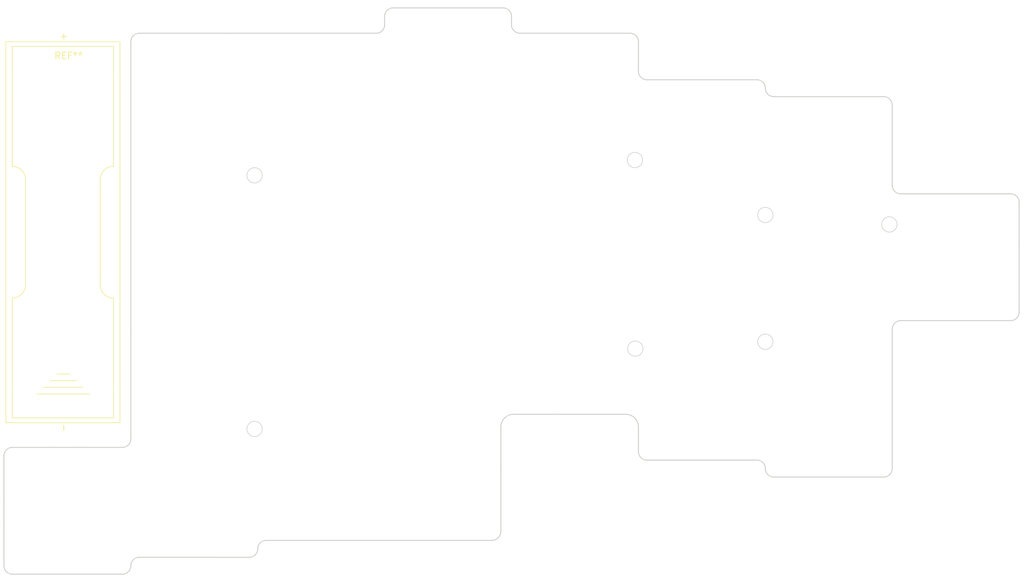
<source format=kicad_pcb>
(kicad_pcb (version 20211014) (generator pcbnew)
  (layers (0 "F.Cu" signal) (31 "B.Cu" signal) (34 "B.Paste" user) (35 "F.Paste" user) (36 "B.SilkS" user "B.Silkscreen") (37 "F.SilkS" user "F.Silkscreen") (38 "B.Mask" user) (39 "F.Mask" user) (44 "Edge.Cuts" user))
  (net 0 "")
  (net 1 "GND")
  (footprint "kbd:M2_Hole_Edge_Cut" (layer "F.Cu") (at 136.525 88.9)
    (fp_text reference "HM7")
    (fp_text value "CaseHole")
    (fp_circle (center 0 0) (end 1.15 0) (layer "Edge.Cuts") (width 0.1) (fill none))
  )
  (footprint "kbd:M2_Hole_Edge_Cut" (layer "F.Cu") (at 59.85 101.995)
    (fp_text reference "HM3")
    (fp_text value "CaseHole")
    (fp_circle (center 0 0) (end 1.15 0) (layer "Edge.Cuts") (width 0.1) (fill none))
  )
  (footprint "jorian:BatteryHolder_AA" (layer "F.Cu") (at 31.075 73.07)
    (fp_text reference "REF**" (at 0.86 -27.15 180) (layer "F.SilkS"))
    (fp_text value "BatteryHolder_AA")
    (fp_text user "+" (at 0.06 -30.035 270) (layer "F.SilkS"))
    (fp_text user "-" (at 0.06 28.735 270) (layer "F.SilkS"))
    (fp_line (start -7.6 -28.535) (end -7.6 -10.535) (layer "F.SilkS") (width 0.12))
    (fp_line (start -7.6 9.265) (end -7.6 27.265) (layer "F.SilkS") (width 0.12))
    (fp_line (start -8.565 -29.255) (end 8.565 -29.255) (layer "F.SilkS") (width 0.12))
    (fp_line (start 7.6 9.265) (end 7.6 27.265) (layer "F.SilkS") (width 0.12))
    (fp_line (start -8.565 27.985) (end -8.565 -29.255) (layer "F.SilkS") (width 0.12))
    (fp_line (start 7.6 27.265) (end -7.6 27.265) (layer "F.SilkS") (width 0.12))
    (fp_line (start 8.565 27.985) (end -8.565 27.985) (layer "F.SilkS") (width 0.12))
    (fp_line (start 7.6 -28.535) (end 7.6 -10.535) (layer "F.SilkS") (width 0.12))
    (fp_line (start -2.94 22.675) (end 3.06 22.675) (layer "F.SilkS") (width 0.12))
    (fp_line (start 7.6 -28.535) (end -7.6 -28.535) (layer "F.SilkS") (width 0.12))
    (fp_line (start 1.06 20.675) (end -0.94 20.675) (layer "F.SilkS") (width 0.12))
    (fp_line (start 4.06 23.675) (end -3.94 23.675) (layer "F.SilkS") (width 0.12))
    (fp_line (start 5.6 -8.535) (end 5.6 7.265) (layer "F.SilkS") (width 0.12))
    (fp_line (start 8.565 -29.255) (end 8.565 27.985) (layer "F.SilkS") (width 0.12))
    (fp_line (start -5.6 7.265) (end -5.6 -8.535) (layer "F.SilkS") (width 0.12))
    (fp_line (start 2.06 21.675) (end -1.94 21.675) (layer "F.SilkS") (width 0.12))
    (fp_arc (start 7.6 9.265) (mid 6.185786 8.679214) (end 5.6 7.265) (layer "F.SilkS") (width 0.12))
    (fp_arc (start -5.6 7.265) (mid -6.185786 8.679214) (end -7.6 9.265) (layer "F.SilkS") (width 0.12))
    (fp_arc (start 5.6 -8.535) (mid 6.185786 -9.949214) (end 7.6 -10.535) (layer "F.SilkS") (width 0.12))
    (fp_arc (start -7.6 -10.535) (mid -6.185786 -9.949214) (end -5.6 -8.535) (layer "F.SilkS") (width 0.12))
    (pad "" np_thru_hole circle (at 5.995 -23.885) (size 2.64 2.64) (drill 2.64) (layers *.Cu *.Mask))
    (pad "" np_thru_hole circle (at -5.995 -23.885) (size 2.64 2.64) (drill 2.64) (layers *.Cu *.Mask))
    (pad "" np_thru_hole circle (at -5.995 22.595 90) (size 2.64 2.64) (drill 2.64) (layers *.Cu *.Mask))
    (pad "" np_thru_hole circle (at 0 0 270) (size 2.64 2.64) (drill 2.64) (layers *.Cu *.Mask))
    (pad "" np_thru_hole circle (at 5.995 22.595 270) (size 2.64 2.64) (drill 2.64) (layers *.Cu *.Mask))
  )
  (footprint "kbd:M2_Hole_Edge_Cut" (layer "F.Cu") (at 155.145948 71.270959)
    (fp_text reference "HM5")
    (fp_text value "CaseHole")
    (fp_circle (center 0 0) (end 1.15 0) (layer "Edge.Cuts") (width 0.1) (fill none))
  )
  (footprint "kbd:M2_Hole_Edge_Cut" (layer "F.Cu") (at 116.95 61.595)
    (fp_text reference "HM2")
    (fp_text value "CaseHole")
    (fp_circle (center 0 0) (end 1.15 0) (layer "Edge.Cuts") (width 0.1) (fill none))
  )
  (footprint "kbd:M2_Hole_Edge_Cut" (layer "F.Cu") (at 136.525 69.85)
    (fp_text reference "HM6")
    (fp_text value "CaseHole")
    (fp_circle (center 0 0) (end 1.15 0) (layer "Edge.Cuts") (width 0.1) (fill none))
  )
  (footprint "kbd:M2_Hole_Edge_Cut" (layer "F.Cu") (at 117 89.93)
    (fp_text reference "HM4")
    (fp_text value "CaseHole")
    (fp_circle (center 0 0) (end 1.15 0) (layer "Edge.Cuts") (width 0.1) (fill none))
  )
  (footprint "kbd:M2_Hole_Edge_Cut" (layer "F.Cu") (at 59.85 63.895)
    (fp_text reference "HM1")
    (fp_text value "CaseHole")
    (fp_circle (center 0 0) (end 1.15 0) (layer "Edge.Cuts") (width 0.1) (fill none))
  )
  (gr_arc (start 97.155 38.735) (mid 98.053026 39.106974) (end 98.425 40.005) (layer "Edge.Cuts") (width 0.15))
  (gr_arc (start 99.695 42.545) (mid 98.796974 42.173026) (end 98.425 41.275) (layer "Edge.Cuts") (width 0.15))
  (gr_arc (start 116.205 42.545) (mid 117.103026 42.916974) (end 117.475 43.815) (layer "Edge.Cuts") (width 0.15))
  (gr_arc (start 118.745 49.53) (mid 117.846974 49.158026) (end 117.475 48.26) (layer "Edge.Cuts") (width 0.15))
  (gr_arc (start 118.745 106.68) (mid 117.846974 106.308026) (end 117.475 105.41) (layer "Edge.Cuts") (width 0.15))
  (gr_arc (start 174.625 84.455) (mid 174.253026 85.353026) (end 173.355 85.725) (layer "Edge.Cuts") (width 0.15))
  (gr_arc (start 173.355 66.675) (mid 174.253026 67.046974) (end 174.625 67.945) (layer "Edge.Cuts") (width 0.15))
  (gr_arc (start 154.305 52.07) (mid 155.203026 52.441974) (end 155.575 53.34) (layer "Edge.Cuts") (width 0.15))
  (gr_arc (start 41.275 122.55) (mid 40.903026 123.448026) (end 40.005 123.82) (layer "Edge.Cuts") (width 0.15))
  (gr_arc (start 155.575 107.95) (mid 155.203026 108.848026) (end 154.305 109.22) (layer "Edge.Cuts") (width 0.15))
  (gr_arc (start 137.795 109.22) (mid 136.896974 108.848026) (end 136.525 107.95) (layer "Edge.Cuts") (width 0.15))
  (gr_arc (start 60.325 120.015) (mid 59.953026 120.913026) (end 59.055 121.285) (layer "Edge.Cuts") (width 0.15))
  (gr_arc (start 60.325 120.015) (mid 60.696974 119.116974) (end 61.595 118.745) (layer "Edge.Cuts") (width 0.15))
  (gr_arc (start 79.375 40.005) (mid 79.746974 39.106974) (end 80.645 38.735) (layer "Edge.Cuts") (width 0.15))
  (gr_arc (start 22.225 106.04) (mid 22.596974 105.141974) (end 23.495 104.77) (layer "Edge.Cuts") (width 0.15))
  (gr_arc (start 79.375 41.275) (mid 79.003026 42.173026) (end 78.105 42.545) (layer "Edge.Cuts") (width 0.15))
  (gr_line (start 120.015 106.68) (end 118.745 106.68) (layer "Edge.Cuts") (width 0.15))
  (gr_line (start 155.575 86.995) (end 155.575 107.95) (layer "Edge.Cuts") (width 0.15))
  (gr_line (start 22.225 106.04) (end 22.225 112.225) (layer "Edge.Cuts") (width 0.15))
  (gr_line (start 117.475 105.41) (end 117.475 101.7) (layer "Edge.Cuts") (width 0.15))
  (gr_line (start 70.965 118.745) (end 61.595 118.745) (layer "Edge.Cuts") (width 0.15))
  (gr_line (start 78.105 42.545) (end 55.805 42.545) (layer "Edge.Cuts") (width 0.15))
  (gr_line (start 29.845 104.77) (end 23.495 104.77) (layer "Edge.Cuts") (width 0.15))
  (gr_arc (start 23.495 123.82) (mid 22.596974 123.448026) (end 22.225 122.55) (layer "Edge.Cuts") (width 0.15))
  (gr_line (start 29.845 104.77) (end 33.655 104.77) (layer "Edge.Cuts") (width 0.15))
  (gr_line (start 115.57 99.795) (end 105.41 99.795) (layer "Edge.Cuts") (width 0.15))
  (gr_line (start 94.365 118.745) (end 95.639113 118.745) (layer "Edge.Cuts") (width 0.15))
  (gr_line (start 41.275 87.695) (end 41.275 43.815) (layer "Edge.Cuts") (width 0.15))
  (gr_line (start 99.695 42.545) (end 116.205 42.545) (layer "Edge.Cuts") (width 0.15))
  (gr_line (start 94.365 118.745) (end 70.965 118.745) (layer "Edge.Cuts") (width 0.15))
  (gr_line (start 156.845 85.725) (end 173.355 85.725) (layer "Edge.Cuts") (width 0.15))
  (gr_line (start 147.955 52.07) (end 154.305 52.07) (layer "Edge.Cuts") (width 0.15))
  (gr_line (start 59.055 121.285) (end 42.545 121.28) (layer "Edge.Cuts") (width 0.15))
  (gr_line (start 105.41 99.795) (end 98.745 99.795) (layer "Edge.Cuts") (width 0.15))
  (gr_line (start 79.375 40.005) (end 79.375 41.275) (layer "Edge.Cuts") (width 0.15))
  (gr_line (start 154.305 109.22) (end 137.795 109.22) (layer "Edge.Cuts") (width 0.15))
  (gr_arc (start 41.275 103.5) (mid 40.903026 104.398026) (end 40.005 104.77) (layer "Edge.Cuts") (width 0.15))
  (gr_line (start 96.825 107.965) (end 96.825 117.365) (layer "Edge.Cuts") (width 0.15))
  (gr_line (start 174.625 67.945) (end 174.625 74.295) (layer "Edge.Cuts") (width 0.15))
  (gr_arc (start 156.845 66.674974) (mid 155.946974 66.303) (end 155.575 65.404974) (layer "Edge.Cuts") (width 0.15))
  (gr_line (start 97.155 38.735) (end 80.645 38.735) (layer "Edge.Cuts") (width 0.15))
  (gr_arc (start 96.825 101.7) (mid 97.382962 100.352962) (end 98.73 99.795) (layer "Edge.Cuts") (width 0.15))
  (gr_arc (start 135.255 106.68) (mid 136.153026 107.051974) (end 136.525 107.95) (layer "Edge.Cuts") (width 0.15))
  (gr_arc (start 115.57 99.795) (mid 116.917038 100.352962) (end 117.475 101.7) (layer "Edge.Cuts") (width 0.15))
  (gr_arc (start 135.255 49.53) (mid 136.153026 49.901974) (end 136.525 50.8) (layer "Edge.Cuts") (width 0.15))
  (gr_line (start 117.475 43.815) (end 117.475 48.26) (layer "Edge.Cuts") (width 0.15))
  (gr_line (start 33.655 104.77) (end 40.005 104.77) (layer "Edge.Cuts") (width 0.15))
  (gr_line (start 174.625 84.455) (end 174.625 74.295) (layer "Edge.Cuts") (width 0.15))
  (gr_line (start 55.805 42.545) (end 42.545 42.545) (layer "Edge.Cuts") (width 0.15))
  (gr_arc (start 96.825 117.365) (mid 96.4878 118.27477) (end 95.639113 118.745) (layer "Edge.Cuts") (width 0.15))
  (gr_line (start 22.225 116.025) (end 22.225 122.55) (layer "Edge.Cuts") (width 0.15))
  (gr_line (start 41.275 103.5) (end 41.275 87.695) (layer "Edge.Cuts") (width 0.15))
  (gr_arc (start 41.275 122.55) (mid 41.646974 121.651974) (end 42.545 121.28) (layer "Edge.Cuts") (width 0.15))
  (gr_line (start 155.575 53.34) (end 155.575 65.404974) (layer "Edge.Cuts") (width 0.15))
  (gr_line (start 144.145 52.07) (end 137.795 52.07) (layer "Edge.Cuts") (width 0.15))
  (gr_line (start 22.225 116.025) (end 22.225 112.225) (layer "Edge.Cuts") (width 0.15))
  (gr_line (start 23.495 123.82) (end 40.005 123.82) (layer "Edge.Cuts") (width 0.15))
  (gr_line (start 156.845 66.674974) (end 173.355 66.675) (layer "Edge.Cuts") (width 0.15))
  (gr_line (start 135.255 106.68) (end 120.015 106.68) (layer "Edge.Cuts") (width 0.15))
  (gr_line (start 118.745 49.53) (end 135.255 49.53) (layer "Edge.Cuts") (width 0.15))
  (gr_line (start 96.825 101.7) (end 96.825 107.965) (layer "Edge.Cuts") (width 0.15))
  (gr_arc (start 41.275 43.815) (mid 41.646974 42.916974) (end 42.545 42.545) (layer "Edge.Cuts") (width 0.15))
  (gr_arc (start 137.795 52.07) (mid 136.896974 51.698026) (end 136.525 50.8) (layer "Edge.Cuts") (width 0.15))
  (gr_arc (start 155.575 86.995) (mid 155.946974 86.096974) (end 156.845 85.725) (layer "Edge.Cuts") (width 0.15))
  (gr_line (start 98.425 40.005) (end 98.425 41.275) (layer "Edge.Cuts") (width 0.15))
  (gr_line (start 144.145 52.07) (end 147.955 52.07) (layer "Edge.Cuts") (width 0.15))
)
</source>
